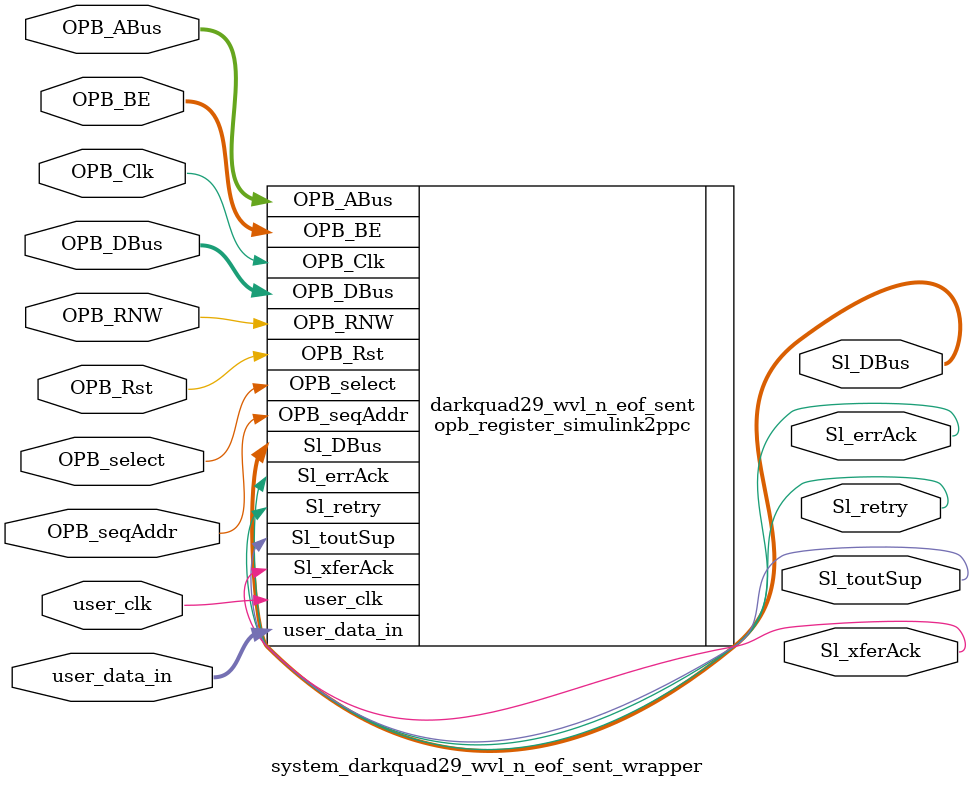
<source format=v>

module system_darkquad29_wvl_n_eof_sent_wrapper
  (
    OPB_Clk,
    OPB_Rst,
    Sl_DBus,
    Sl_errAck,
    Sl_retry,
    Sl_toutSup,
    Sl_xferAck,
    OPB_ABus,
    OPB_BE,
    OPB_DBus,
    OPB_RNW,
    OPB_select,
    OPB_seqAddr,
    user_data_in,
    user_clk
  );
  input OPB_Clk;
  input OPB_Rst;
  output [0:31] Sl_DBus;
  output Sl_errAck;
  output Sl_retry;
  output Sl_toutSup;
  output Sl_xferAck;
  input [0:31] OPB_ABus;
  input [0:3] OPB_BE;
  input [0:31] OPB_DBus;
  input OPB_RNW;
  input OPB_select;
  input OPB_seqAddr;
  input [31:0] user_data_in;
  input user_clk;

  opb_register_simulink2ppc
    #(
      .C_BASEADDR ( 32'h01188400 ),
      .C_HIGHADDR ( 32'h011884FF ),
      .C_OPB_AWIDTH ( 32 ),
      .C_OPB_DWIDTH ( 32 ),
      .C_FAMILY ( "virtex6" )
    )
    darkquad29_wvl_n_eof_sent (
      .OPB_Clk ( OPB_Clk ),
      .OPB_Rst ( OPB_Rst ),
      .Sl_DBus ( Sl_DBus ),
      .Sl_errAck ( Sl_errAck ),
      .Sl_retry ( Sl_retry ),
      .Sl_toutSup ( Sl_toutSup ),
      .Sl_xferAck ( Sl_xferAck ),
      .OPB_ABus ( OPB_ABus ),
      .OPB_BE ( OPB_BE ),
      .OPB_DBus ( OPB_DBus ),
      .OPB_RNW ( OPB_RNW ),
      .OPB_select ( OPB_select ),
      .OPB_seqAddr ( OPB_seqAddr ),
      .user_data_in ( user_data_in ),
      .user_clk ( user_clk )
    );

endmodule


</source>
